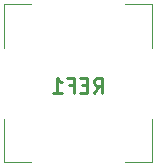
<source format=gbr>
%TF.GenerationSoftware,KiCad,Pcbnew,6.0.0-rc2-1.20211220git160328a.fc35*%
%TF.CreationDate,2022-01-05T17:26:23+00:00*%
%TF.ProjectId,RotaryEncoder,526f7461-7279-4456-9e63-6f6465722e6b,rev?*%
%TF.SameCoordinates,Original*%
%TF.FileFunction,Legend,Bot*%
%TF.FilePolarity,Positive*%
%FSLAX46Y46*%
G04 Gerber Fmt 4.6, Leading zero omitted, Abs format (unit mm)*
G04 Created by KiCad (PCBNEW 6.0.0-rc2-1.20211220git160328a.fc35) date 2022-01-05 17:26:23*
%MOMM*%
%LPD*%
G01*
G04 APERTURE LIST*
%ADD10C,0.254000*%
%ADD11C,0.100000*%
G04 APERTURE END LIST*
D10*
%TO.C,REF1*%
X135330476Y-115574523D02*
X135753809Y-114969761D01*
X136056190Y-115574523D02*
X136056190Y-114304523D01*
X135572380Y-114304523D01*
X135451428Y-114365000D01*
X135390952Y-114425476D01*
X135330476Y-114546428D01*
X135330476Y-114727857D01*
X135390952Y-114848809D01*
X135451428Y-114909285D01*
X135572380Y-114969761D01*
X136056190Y-114969761D01*
X134786190Y-114909285D02*
X134362857Y-114909285D01*
X134181428Y-115574523D02*
X134786190Y-115574523D01*
X134786190Y-114304523D01*
X134181428Y-114304523D01*
X133213809Y-114909285D02*
X133637142Y-114909285D01*
X133637142Y-115574523D02*
X133637142Y-114304523D01*
X133032380Y-114304523D01*
X131883333Y-115574523D02*
X132609047Y-115574523D01*
X132246190Y-115574523D02*
X132246190Y-114304523D01*
X132367142Y-114485952D01*
X132488095Y-114606904D01*
X132609047Y-114667380D01*
D11*
X127750000Y-108050000D02*
X127750000Y-111750000D01*
X140250000Y-117750000D02*
X140250000Y-121450000D01*
X140250000Y-108050000D02*
X138000000Y-108050000D01*
X130000000Y-108050000D02*
X127750000Y-108050000D01*
X130000000Y-121450000D02*
X127750000Y-121450000D01*
X140250000Y-121450000D02*
X138000000Y-121450000D01*
X140250000Y-111750000D02*
X140250000Y-108050000D01*
X127750000Y-121450000D02*
X127750000Y-117750000D01*
%TD*%
M02*

</source>
